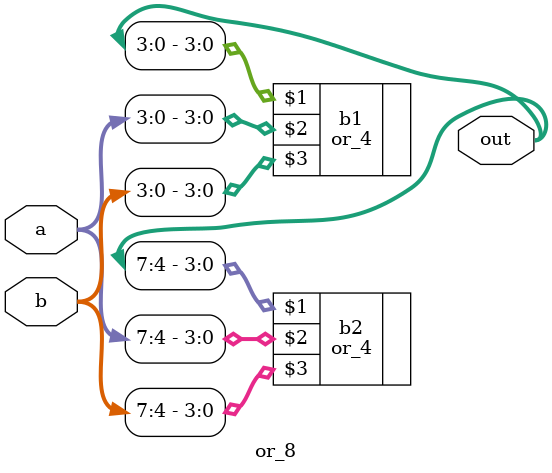
<source format=v>
`timescale 1ns / 1ps


module or_8(out , a , b);
input [7:0] a,b;
output [7:0] out;
wire [7:0] out;
or_4 b1(out[3:0] , a[3:0] , b[3:0]);
or_4 b2(out[7:4] , a[7:4] , b[7:4]);

endmodule

</source>
